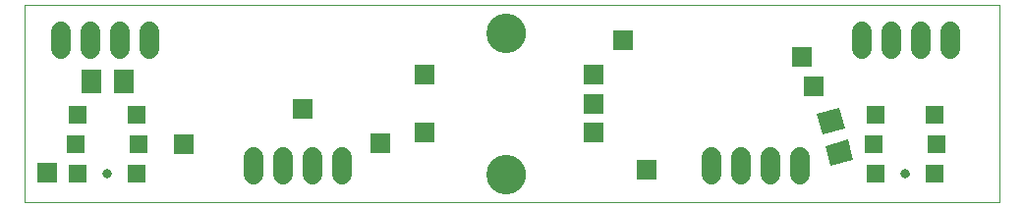
<source format=gbs>
G75*
%MOIN*%
%OFA0B0*%
%FSLAX24Y24*%
%IPPOS*%
%LPD*%
%AMOC8*
5,1,8,0,0,1.08239X$1,22.5*
%
%ADD10C,0.0000*%
%ADD11R,0.0710X0.0790*%
%ADD12R,0.0674X0.0674*%
%ADD13C,0.1340*%
%ADD14R,0.0595X0.0595*%
%ADD15C,0.0316*%
%ADD16C,0.0680*%
%ADD17R,0.0671X0.0671*%
D10*
X000100Y000100D02*
X000100Y006793D01*
X033171Y006793D01*
X033171Y000100D01*
X000100Y000100D01*
X002777Y001069D02*
X002779Y001090D01*
X002785Y001110D01*
X002794Y001130D01*
X002806Y001147D01*
X002821Y001161D01*
X002839Y001173D01*
X002859Y001181D01*
X002879Y001186D01*
X002900Y001187D01*
X002921Y001184D01*
X002941Y001178D01*
X002960Y001167D01*
X002977Y001154D01*
X002990Y001138D01*
X003001Y001120D01*
X003009Y001100D01*
X003013Y001080D01*
X003013Y001058D01*
X003009Y001038D01*
X003001Y001018D01*
X002990Y001000D01*
X002977Y000984D01*
X002960Y000971D01*
X002941Y000960D01*
X002921Y000954D01*
X002900Y000951D01*
X002879Y000952D01*
X002859Y000957D01*
X002839Y000965D01*
X002821Y000977D01*
X002806Y000991D01*
X002794Y001008D01*
X002785Y001028D01*
X002779Y001048D01*
X002777Y001069D01*
X015809Y001045D02*
X015811Y001095D01*
X015817Y001145D01*
X015827Y001194D01*
X015841Y001242D01*
X015858Y001289D01*
X015879Y001334D01*
X015904Y001378D01*
X015932Y001419D01*
X015964Y001458D01*
X015998Y001495D01*
X016035Y001529D01*
X016075Y001559D01*
X016117Y001586D01*
X016161Y001610D01*
X016207Y001631D01*
X016254Y001647D01*
X016302Y001660D01*
X016352Y001669D01*
X016401Y001674D01*
X016452Y001675D01*
X016502Y001672D01*
X016551Y001665D01*
X016600Y001654D01*
X016648Y001639D01*
X016694Y001621D01*
X016739Y001599D01*
X016782Y001573D01*
X016823Y001544D01*
X016862Y001512D01*
X016898Y001477D01*
X016930Y001439D01*
X016960Y001399D01*
X016987Y001356D01*
X017010Y001312D01*
X017029Y001266D01*
X017045Y001218D01*
X017057Y001169D01*
X017065Y001120D01*
X017069Y001070D01*
X017069Y001020D01*
X017065Y000970D01*
X017057Y000921D01*
X017045Y000872D01*
X017029Y000824D01*
X017010Y000778D01*
X016987Y000734D01*
X016960Y000691D01*
X016930Y000651D01*
X016898Y000613D01*
X016862Y000578D01*
X016823Y000546D01*
X016782Y000517D01*
X016739Y000491D01*
X016694Y000469D01*
X016648Y000451D01*
X016600Y000436D01*
X016551Y000425D01*
X016502Y000418D01*
X016452Y000415D01*
X016401Y000416D01*
X016352Y000421D01*
X016302Y000430D01*
X016254Y000443D01*
X016207Y000459D01*
X016161Y000480D01*
X016117Y000504D01*
X016075Y000531D01*
X016035Y000561D01*
X015998Y000595D01*
X015964Y000632D01*
X015932Y000671D01*
X015904Y000712D01*
X015879Y000756D01*
X015858Y000801D01*
X015841Y000848D01*
X015827Y000896D01*
X015817Y000945D01*
X015811Y000995D01*
X015809Y001045D01*
X029864Y001069D02*
X029866Y001090D01*
X029872Y001110D01*
X029881Y001130D01*
X029893Y001147D01*
X029908Y001161D01*
X029926Y001173D01*
X029946Y001181D01*
X029966Y001186D01*
X029987Y001187D01*
X030008Y001184D01*
X030028Y001178D01*
X030047Y001167D01*
X030064Y001154D01*
X030077Y001138D01*
X030088Y001120D01*
X030096Y001100D01*
X030100Y001080D01*
X030100Y001058D01*
X030096Y001038D01*
X030088Y001018D01*
X030077Y001000D01*
X030064Y000984D01*
X030047Y000971D01*
X030028Y000960D01*
X030008Y000954D01*
X029987Y000951D01*
X029966Y000952D01*
X029946Y000957D01*
X029926Y000965D01*
X029908Y000977D01*
X029893Y000991D01*
X029881Y001008D01*
X029872Y001028D01*
X029866Y001048D01*
X029864Y001069D01*
X015809Y005848D02*
X015811Y005898D01*
X015817Y005948D01*
X015827Y005997D01*
X015841Y006045D01*
X015858Y006092D01*
X015879Y006137D01*
X015904Y006181D01*
X015932Y006222D01*
X015964Y006261D01*
X015998Y006298D01*
X016035Y006332D01*
X016075Y006362D01*
X016117Y006389D01*
X016161Y006413D01*
X016207Y006434D01*
X016254Y006450D01*
X016302Y006463D01*
X016352Y006472D01*
X016401Y006477D01*
X016452Y006478D01*
X016502Y006475D01*
X016551Y006468D01*
X016600Y006457D01*
X016648Y006442D01*
X016694Y006424D01*
X016739Y006402D01*
X016782Y006376D01*
X016823Y006347D01*
X016862Y006315D01*
X016898Y006280D01*
X016930Y006242D01*
X016960Y006202D01*
X016987Y006159D01*
X017010Y006115D01*
X017029Y006069D01*
X017045Y006021D01*
X017057Y005972D01*
X017065Y005923D01*
X017069Y005873D01*
X017069Y005823D01*
X017065Y005773D01*
X017057Y005724D01*
X017045Y005675D01*
X017029Y005627D01*
X017010Y005581D01*
X016987Y005537D01*
X016960Y005494D01*
X016930Y005454D01*
X016898Y005416D01*
X016862Y005381D01*
X016823Y005349D01*
X016782Y005320D01*
X016739Y005294D01*
X016694Y005272D01*
X016648Y005254D01*
X016600Y005239D01*
X016551Y005228D01*
X016502Y005221D01*
X016452Y005218D01*
X016401Y005219D01*
X016352Y005224D01*
X016302Y005233D01*
X016254Y005246D01*
X016207Y005262D01*
X016161Y005283D01*
X016117Y005307D01*
X016075Y005334D01*
X016035Y005364D01*
X015998Y005398D01*
X015964Y005435D01*
X015932Y005474D01*
X015904Y005515D01*
X015879Y005559D01*
X015858Y005604D01*
X015841Y005651D01*
X015827Y005699D01*
X015817Y005748D01*
X015811Y005798D01*
X015809Y005848D01*
D11*
X003479Y004206D03*
X002359Y004206D03*
G36*
X027166Y002408D02*
X026982Y003093D01*
X027744Y003298D01*
X027928Y002613D01*
X027166Y002408D01*
G37*
G36*
X027456Y001327D02*
X027272Y002012D01*
X028034Y002217D01*
X028218Y001532D01*
X027456Y001327D01*
G37*
D12*
X019391Y002462D03*
X019391Y003446D03*
X019391Y004431D03*
X013683Y004431D03*
X013683Y002462D03*
D13*
X016439Y001045D03*
X016439Y005848D03*
D14*
X028982Y003069D03*
X030982Y003069D03*
X031045Y002069D03*
X028919Y002069D03*
X028982Y001069D03*
X030982Y001069D03*
X003958Y002069D03*
X001832Y002069D03*
X001895Y003069D03*
X003895Y003069D03*
X003895Y001069D03*
X001895Y001069D03*
D15*
X002895Y001069D03*
X029982Y001069D03*
D16*
X026419Y001020D02*
X026419Y001620D01*
X025419Y001620D02*
X025419Y001020D01*
X024419Y001020D02*
X024419Y001620D01*
X023419Y001620D02*
X023419Y001020D01*
X010868Y001020D02*
X010868Y001620D01*
X009868Y001620D02*
X009868Y001020D01*
X008868Y001020D02*
X008868Y001620D01*
X007868Y001620D02*
X007868Y001020D01*
X004356Y005312D02*
X004356Y005912D01*
X003356Y005912D02*
X003356Y005312D01*
X002356Y005312D02*
X002356Y005912D01*
X001356Y005912D02*
X001356Y005312D01*
X028521Y005312D02*
X028521Y005912D01*
X029521Y005912D02*
X029521Y005312D01*
X030521Y005312D02*
X030521Y005912D01*
X031521Y005912D02*
X031521Y005312D01*
D17*
X026478Y005021D03*
X026872Y004037D03*
X020419Y005600D03*
X009549Y003250D03*
X012169Y002100D03*
X005494Y002069D03*
X000887Y001084D03*
X021206Y001206D03*
M02*

</source>
